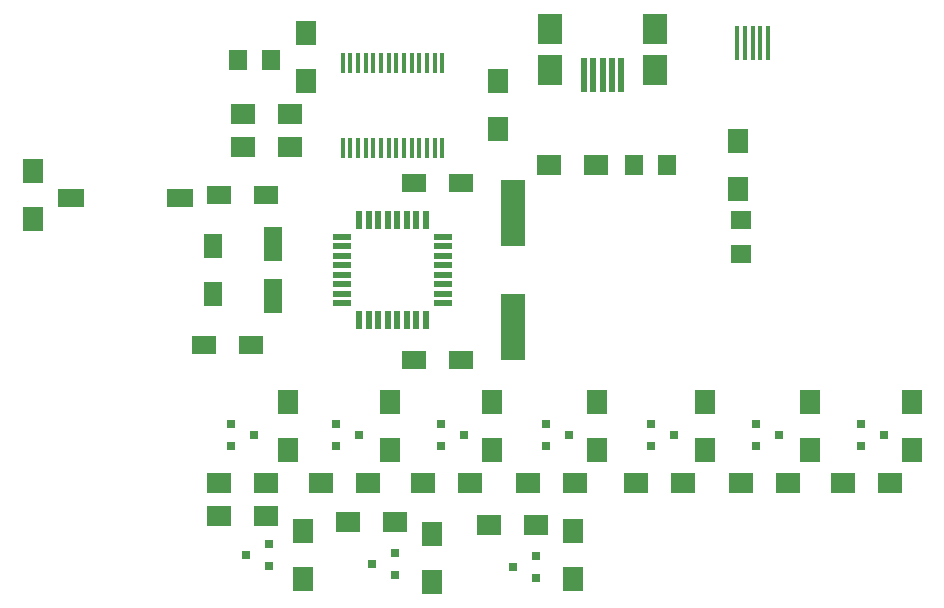
<source format=gtp>
%TF.GenerationSoftware,KiCad,Pcbnew,4.0.2+dfsg1-stable*%
%TF.CreationDate,2019-06-02T18:39:51+02:00*%
%TF.ProjectId,usbavrfloppy,757362617672666C6F7070792E6B6963,rev?*%
%TF.FileFunction,Paste,Top*%
%FSLAX46Y46*%
G04 Gerber Fmt 4.6, Leading zero omitted, Abs format (unit mm)*
G04 Created by KiCad (PCBNEW 4.0.2+dfsg1-stable) date Sun 02 Jun 2019 18:39:51 CEST*
%MOMM*%
G01*
G04 APERTURE LIST*
%ADD10C,0.100000*%
%ADD11R,1.700000X2.000000*%
%ADD12R,2.000000X1.700000*%
%ADD13R,1.597660X1.800860*%
%ADD14R,1.800860X1.597660*%
%ADD15R,2.000000X1.600000*%
%ADD16R,1.600000X2.000000*%
%ADD17R,2.180000X1.600000*%
%ADD18R,2.100580X5.600700*%
%ADD19R,0.450000X1.750000*%
%ADD20R,0.800100X0.800100*%
%ADD21R,1.600200X2.999740*%
%ADD22R,1.600000X0.550000*%
%ADD23R,0.550000X1.600000*%
%ADD24R,0.500380X3.000000*%
%ADD25R,1.998980X2.499360*%
%ADD26R,0.400000X3.000000*%
G04 APERTURE END LIST*
D10*
D11*
X106680000Y-78200000D03*
X106680000Y-74200000D03*
D12*
X124492000Y-72136000D03*
X128492000Y-72136000D03*
D11*
X146050000Y-70580000D03*
X146050000Y-66580000D03*
D12*
X124492000Y-69342000D03*
X128492000Y-69342000D03*
X150400000Y-73660000D03*
X154400000Y-73660000D03*
D11*
X166370000Y-71660000D03*
X166370000Y-75660000D03*
X152400000Y-104680000D03*
X152400000Y-108680000D03*
X140462000Y-104934000D03*
X140462000Y-108934000D03*
X129540000Y-104680000D03*
X129540000Y-108680000D03*
X181102000Y-93758000D03*
X181102000Y-97758000D03*
D12*
X149320000Y-104140000D03*
X145320000Y-104140000D03*
X137382000Y-103886000D03*
X133382000Y-103886000D03*
X122460000Y-103378000D03*
X126460000Y-103378000D03*
X179292000Y-100584000D03*
X175292000Y-100584000D03*
D11*
X172466000Y-93758000D03*
X172466000Y-97758000D03*
X163576000Y-93758000D03*
X163576000Y-97758000D03*
X154432000Y-93758000D03*
X154432000Y-97758000D03*
X145542000Y-93758000D03*
X145542000Y-97758000D03*
X136906000Y-93758000D03*
X136906000Y-97758000D03*
D12*
X170656000Y-100584000D03*
X166656000Y-100584000D03*
X161766000Y-100584000D03*
X157766000Y-100584000D03*
X152622000Y-100584000D03*
X148622000Y-100584000D03*
X143732000Y-100584000D03*
X139732000Y-100584000D03*
X135096000Y-100584000D03*
X131096000Y-100584000D03*
D11*
X128270000Y-93758000D03*
X128270000Y-97758000D03*
D12*
X126460000Y-100584000D03*
X122460000Y-100584000D03*
D11*
X129794000Y-66516000D03*
X129794000Y-62516000D03*
D13*
X157584140Y-73660000D03*
X160423860Y-73660000D03*
D14*
X166624000Y-78336140D03*
X166624000Y-81175860D03*
D13*
X124056140Y-64770000D03*
X126895860Y-64770000D03*
D15*
X126460000Y-76200000D03*
X122460000Y-76200000D03*
X121190000Y-88900000D03*
X125190000Y-88900000D03*
D16*
X121920000Y-80550000D03*
X121920000Y-84550000D03*
D15*
X138970000Y-75184000D03*
X142970000Y-75184000D03*
X138970000Y-90170000D03*
X142970000Y-90170000D03*
D17*
X109964000Y-76454000D03*
X119144000Y-76454000D03*
D18*
X147320000Y-77701140D03*
X147320000Y-87398860D03*
D19*
X132935000Y-72180000D03*
X133585000Y-72180000D03*
X134235000Y-72180000D03*
X134885000Y-72180000D03*
X135535000Y-72180000D03*
X136185000Y-72180000D03*
X136835000Y-72180000D03*
X137485000Y-72180000D03*
X138135000Y-72180000D03*
X138785000Y-72180000D03*
X139435000Y-72180000D03*
X140085000Y-72180000D03*
X140735000Y-72180000D03*
X141385000Y-72180000D03*
X141385000Y-64980000D03*
X140735000Y-64980000D03*
X140085000Y-64980000D03*
X139435000Y-64980000D03*
X138785000Y-64980000D03*
X138135000Y-64980000D03*
X137485000Y-64980000D03*
X136835000Y-64980000D03*
X136185000Y-64980000D03*
X135535000Y-64980000D03*
X134885000Y-64980000D03*
X134235000Y-64980000D03*
X133585000Y-64980000D03*
X132935000Y-64980000D03*
D20*
X149336760Y-108646000D03*
X149336760Y-106746000D03*
X147337780Y-107696000D03*
X137398760Y-108392000D03*
X137398760Y-106492000D03*
X135399780Y-107442000D03*
X126730760Y-107630000D03*
X126730760Y-105730000D03*
X124731780Y-106680000D03*
X176799240Y-95570000D03*
X176799240Y-97470000D03*
X178798220Y-96520000D03*
X167909240Y-95570000D03*
X167909240Y-97470000D03*
X169908220Y-96520000D03*
X159019240Y-95570000D03*
X159019240Y-97470000D03*
X161018220Y-96520000D03*
X150129240Y-95570000D03*
X150129240Y-97470000D03*
X152128220Y-96520000D03*
X141239240Y-95570000D03*
X141239240Y-97470000D03*
X143238220Y-96520000D03*
X132349240Y-95570000D03*
X132349240Y-97470000D03*
X134348220Y-96520000D03*
X123459240Y-95570000D03*
X123459240Y-97470000D03*
X125458220Y-96520000D03*
D21*
X127000000Y-80350360D03*
X127000000Y-84749640D03*
D22*
X141410000Y-85350000D03*
X141410000Y-84550000D03*
X141410000Y-83750000D03*
X141410000Y-82950000D03*
X141410000Y-82150000D03*
X141410000Y-81350000D03*
X141410000Y-80550000D03*
X141410000Y-79750000D03*
D23*
X139960000Y-78300000D03*
X139160000Y-78300000D03*
X138360000Y-78300000D03*
X137560000Y-78300000D03*
X136760000Y-78300000D03*
X135960000Y-78300000D03*
X135160000Y-78300000D03*
X134360000Y-78300000D03*
D22*
X132910000Y-79750000D03*
X132910000Y-80550000D03*
X132910000Y-81350000D03*
X132910000Y-82150000D03*
X132910000Y-82950000D03*
X132910000Y-83750000D03*
X132910000Y-84550000D03*
X132910000Y-85350000D03*
D23*
X134360000Y-86800000D03*
X135160000Y-86800000D03*
X135960000Y-86800000D03*
X136760000Y-86800000D03*
X137560000Y-86800000D03*
X138360000Y-86800000D03*
X139160000Y-86800000D03*
X139960000Y-86800000D03*
D24*
X155740100Y-66027300D03*
D25*
X159390080Y-62151260D03*
D24*
X156540200Y-66027300D03*
X154940000Y-66027300D03*
X154139900Y-66027300D03*
X153339800Y-66027300D03*
D25*
X159390080Y-65580260D03*
X150489920Y-65580260D03*
X150495000Y-62103000D03*
D26*
X168945560Y-63350140D03*
X168290900Y-63350000D03*
X167640900Y-63350000D03*
X166990900Y-63350000D03*
X166340900Y-63350000D03*
M02*

</source>
